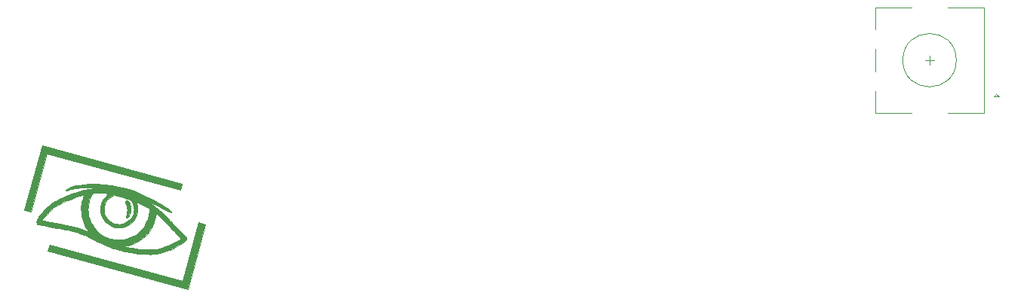
<source format=gto>
G04 #@! TF.GenerationSoftware,KiCad,Pcbnew,(5.1.6)-1*
G04 #@! TF.CreationDate,2020-08-03T21:44:11+03:00*
G04 #@! TF.ProjectId,ergo33,6572676f-3333-42e6-9b69-6361645f7063,rev?*
G04 #@! TF.SameCoordinates,Original*
G04 #@! TF.FileFunction,Legend,Top*
G04 #@! TF.FilePolarity,Positive*
%FSLAX46Y46*%
G04 Gerber Fmt 4.6, Leading zero omitted, Abs format (unit mm)*
G04 Created by KiCad (PCBNEW (5.1.6)-1) date 2020-08-03 21:44:11*
%MOMM*%
%LPD*%
G01*
G04 APERTURE LIST*
%ADD10C,0.010000*%
%ADD11C,0.120000*%
%ADD12C,3.600000*%
%ADD13C,0.750000*%
%ADD14O,1.100000X2.200000*%
%ADD15O,1.100000X1.700000*%
%ADD16C,3.100000*%
%ADD17C,4.087800*%
%ADD18C,1.850000*%
%ADD19C,2.100000*%
%ADD20R,3.300000X2.100000*%
%ADD21R,2.100000X2.100000*%
%ADD22R,1.800000X1.800000*%
%ADD23O,1.800000X1.800000*%
G04 APERTURE END LIST*
D10*
G36*
X94429609Y-120506010D02*
G01*
X78742301Y-116243863D01*
X78942089Y-115508520D01*
X93894055Y-119570880D01*
X95667175Y-113044714D01*
X96402517Y-113244502D01*
X94429609Y-120506010D01*
G37*
X94429609Y-120506010D02*
X78742301Y-116243863D01*
X78942089Y-115508520D01*
X93894055Y-119570880D01*
X95667175Y-113044714D01*
X96402517Y-113244502D01*
X94429609Y-120506010D01*
G36*
X88311824Y-109478559D02*
G01*
X89129126Y-109808748D01*
X89215530Y-109846902D01*
X89569825Y-110008789D01*
X89924777Y-110178897D01*
X90275832Y-110354502D01*
X90618438Y-110532880D01*
X90948041Y-110711307D01*
X91260090Y-110887057D01*
X91550030Y-111057406D01*
X91813311Y-111219632D01*
X92045378Y-111371008D01*
X92241679Y-111508812D01*
X92397661Y-111630319D01*
X92508771Y-111732803D01*
X92570458Y-111813542D01*
X92581133Y-111860795D01*
X92562302Y-111881485D01*
X92514616Y-111880397D01*
X92433339Y-111855646D01*
X92313734Y-111805347D01*
X92151065Y-111727616D01*
X91940595Y-111620565D01*
X91822307Y-111558795D01*
X91353541Y-111319298D01*
X90874498Y-111087367D01*
X90398514Y-110869000D01*
X89938926Y-110670196D01*
X89509072Y-110496952D01*
X89231510Y-110393566D01*
X89147009Y-110363956D01*
X89107763Y-110352422D01*
X89116620Y-110361021D01*
X89176426Y-110391810D01*
X89290033Y-110446847D01*
X89335312Y-110468527D01*
X89862735Y-110735991D01*
X90348900Y-111016171D01*
X90804033Y-111316851D01*
X91238361Y-111645817D01*
X91662113Y-112010851D01*
X92085515Y-112419737D01*
X92518795Y-112880259D01*
X92550750Y-112915734D01*
X92782141Y-113170266D01*
X93028073Y-113435375D01*
X93277404Y-113699370D01*
X93518987Y-113950555D01*
X93741675Y-114177236D01*
X93934324Y-114367718D01*
X93937914Y-114371194D01*
X94093034Y-114527752D01*
X94200079Y-114654355D01*
X94261748Y-114759186D01*
X94280740Y-114850428D01*
X94259751Y-114936263D01*
X94201481Y-115024874D01*
X94166634Y-115064785D01*
X94052333Y-115170841D01*
X93890085Y-115296095D01*
X93690142Y-115434356D01*
X93462760Y-115579431D01*
X93218192Y-115725126D01*
X92966693Y-115865248D01*
X92718517Y-115993606D01*
X92483917Y-116104005D01*
X92356317Y-116158092D01*
X91837642Y-116344442D01*
X91326980Y-116483207D01*
X90833877Y-116572090D01*
X90505443Y-116603332D01*
X90245171Y-116610101D01*
X89934712Y-116604619D01*
X89586008Y-116587746D01*
X89211001Y-116560350D01*
X88821635Y-116523295D01*
X88429851Y-116477443D01*
X88069330Y-116426988D01*
X87878063Y-116393559D01*
X87643549Y-116345762D01*
X87378617Y-116286813D01*
X87096101Y-116219929D01*
X86808832Y-116148326D01*
X86529642Y-116075220D01*
X86271362Y-116003828D01*
X86046826Y-115937367D01*
X85868864Y-115879053D01*
X85836095Y-115867214D01*
X85533592Y-115750362D01*
X85234927Y-115624159D01*
X84925105Y-115481772D01*
X84589126Y-115316366D01*
X84299070Y-115166877D01*
X83663691Y-114845823D01*
X83164327Y-114613894D01*
X87287029Y-115734008D01*
X87470662Y-115784860D01*
X87565167Y-115806995D01*
X87707167Y-115835170D01*
X87881282Y-115866569D01*
X88072128Y-115898370D01*
X88191494Y-115916961D01*
X88581022Y-115970949D01*
X88973198Y-116016087D01*
X89356333Y-116051504D01*
X89718741Y-116076332D01*
X90048731Y-116089702D01*
X90334613Y-116090745D01*
X90464716Y-116085978D01*
X90870648Y-116041655D01*
X91302828Y-115954072D01*
X91745355Y-115827460D01*
X92182324Y-115666048D01*
X92397877Y-115571709D01*
X92562298Y-115491828D01*
X92739247Y-115399369D01*
X92920482Y-115299366D01*
X93097764Y-115196852D01*
X93262851Y-115096862D01*
X93407502Y-115004429D01*
X93523477Y-114924587D01*
X93602535Y-114862372D01*
X93636435Y-114822816D01*
X93636134Y-114815299D01*
X93612008Y-114789106D01*
X93550681Y-114725315D01*
X93459542Y-114631536D01*
X93345984Y-114515378D01*
X93240487Y-114407921D01*
X93075355Y-114238021D01*
X92887679Y-114041706D01*
X92697259Y-113839874D01*
X92523902Y-113653425D01*
X92473404Y-113598385D01*
X92244963Y-113348912D01*
X92052634Y-113140368D01*
X91890204Y-112966340D01*
X91751461Y-112820417D01*
X91630193Y-112696187D01*
X91520187Y-112587240D01*
X91415234Y-112487163D01*
X91309119Y-112389546D01*
X91254773Y-112340630D01*
X91135876Y-112235264D01*
X91033518Y-112146490D01*
X90957121Y-112082338D01*
X90916110Y-112050837D01*
X90912575Y-112049027D01*
X90897465Y-112076170D01*
X90869038Y-112155583D01*
X90830170Y-112278138D01*
X90783739Y-112434704D01*
X90732619Y-112616152D01*
X90724004Y-112647588D01*
X90664638Y-112862555D01*
X90616352Y-113028858D01*
X90574401Y-113159329D01*
X90534037Y-113266800D01*
X90490517Y-113364105D01*
X90439096Y-113464076D01*
X90387742Y-113556979D01*
X90099483Y-114008777D01*
X89770134Y-114412904D01*
X89401524Y-114767988D01*
X88995488Y-115072654D01*
X88553856Y-115325529D01*
X88078458Y-115525241D01*
X87571130Y-115670417D01*
X87567279Y-115671281D01*
X87287029Y-115734008D01*
X83164327Y-114613894D01*
X83068149Y-114569225D01*
X82508440Y-114335601D01*
X81980559Y-114143472D01*
X81480503Y-113991356D01*
X81004266Y-113877773D01*
X80641577Y-113814214D01*
X80396846Y-113775739D01*
X80092383Y-113723181D01*
X79730283Y-113656930D01*
X79312642Y-113577379D01*
X78841554Y-113484921D01*
X78319115Y-113379946D01*
X78288322Y-113373693D01*
X77540005Y-113221656D01*
X77478459Y-113099905D01*
X77445423Y-113025902D01*
X77436525Y-112964922D01*
X77452264Y-112891805D01*
X77484310Y-112804095D01*
X77551132Y-112667124D01*
X78063037Y-112806206D01*
X78275091Y-112845152D01*
X78369749Y-112863060D01*
X78513979Y-112891014D01*
X78695103Y-112926522D01*
X78900441Y-112967097D01*
X79117315Y-113010248D01*
X79189236Y-113024625D01*
X79430118Y-113072011D01*
X79685263Y-113120772D01*
X79935986Y-113167435D01*
X80163602Y-113208527D01*
X80349427Y-113240576D01*
X80363709Y-113242938D01*
X80810197Y-113320498D01*
X81206297Y-113398782D01*
X81565057Y-113481358D01*
X81899525Y-113571792D01*
X82222748Y-113673651D01*
X82547775Y-113790502D01*
X82887655Y-113925912D01*
X82936296Y-113946188D01*
X83069553Y-114001706D01*
X83181244Y-114047679D01*
X83258350Y-114078783D01*
X83286844Y-114089519D01*
X83282283Y-114069322D01*
X83247542Y-114009262D01*
X83189550Y-113921007D01*
X83169465Y-113891937D01*
X83021191Y-113653038D01*
X82877891Y-113372868D01*
X82750095Y-113073413D01*
X82672069Y-112853473D01*
X82542957Y-112365488D01*
X82474041Y-111886706D01*
X82465256Y-111409871D01*
X82516544Y-110927722D01*
X82627840Y-110433006D01*
X82645070Y-110373407D01*
X83390122Y-110575833D01*
X83325759Y-110821957D01*
X83274600Y-111060504D01*
X83241074Y-111274585D01*
X83229590Y-111443163D01*
X83249563Y-111875942D01*
X83310051Y-112271697D01*
X83414636Y-112645060D01*
X83566902Y-113010664D01*
X83655890Y-113183852D01*
X83910743Y-113590698D01*
X84205939Y-113949011D01*
X84539197Y-114257330D01*
X84908238Y-114514192D01*
X85310783Y-114718135D01*
X85744549Y-114867700D01*
X86207259Y-114961420D01*
X86469679Y-114988387D01*
X86910433Y-114987742D01*
X87350073Y-114927105D01*
X87780803Y-114809628D01*
X88194828Y-114638466D01*
X88584352Y-114416772D01*
X88941577Y-114147702D01*
X89222713Y-113874579D01*
X89511543Y-113511298D01*
X89747068Y-113115126D01*
X89927688Y-112690034D01*
X90051802Y-112239995D01*
X90117810Y-111768979D01*
X90125670Y-111633664D01*
X90131762Y-111483105D01*
X89856726Y-111323213D01*
X89721961Y-111247828D01*
X89562901Y-111163525D01*
X89390398Y-111075539D01*
X89215305Y-110989104D01*
X89048473Y-110909458D01*
X88900755Y-110841833D01*
X88783003Y-110791467D01*
X88706071Y-110763595D01*
X88689044Y-110759904D01*
X88654596Y-110760860D01*
X88644079Y-110782699D01*
X88656973Y-110839251D01*
X88683132Y-110916885D01*
X88767463Y-111238586D01*
X88793512Y-111559992D01*
X88761277Y-111889905D01*
X88682886Y-112199957D01*
X88547953Y-112531283D01*
X88367104Y-112819980D01*
X88137891Y-113068934D01*
X87857861Y-113281031D01*
X87676836Y-113385358D01*
X87348931Y-113523058D01*
X87013095Y-113601434D01*
X86675649Y-113623042D01*
X86342914Y-113590437D01*
X86021210Y-113506176D01*
X85716858Y-113372815D01*
X85436179Y-113192909D01*
X85185495Y-112969016D01*
X84971124Y-112703689D01*
X84799389Y-112399486D01*
X84715549Y-112187889D01*
X84634486Y-111872572D01*
X84608840Y-111564500D01*
X84638158Y-111248201D01*
X84682165Y-111047183D01*
X84690348Y-111019011D01*
X85069055Y-111121903D01*
X85011306Y-111438966D01*
X85015116Y-111743414D01*
X85081092Y-112040430D01*
X85209835Y-112335199D01*
X85210864Y-112337092D01*
X85394243Y-112610776D01*
X85619030Y-112838327D01*
X85879952Y-113016661D01*
X86171737Y-113142693D01*
X86489112Y-113213337D01*
X86734065Y-113228161D01*
X87049481Y-113195736D01*
X87351690Y-113104297D01*
X87632957Y-112958097D01*
X87885553Y-112761385D01*
X88101740Y-112518411D01*
X88149856Y-112449948D01*
X88245218Y-112269243D01*
X88322213Y-112049509D01*
X88374921Y-111813987D01*
X88397419Y-111585915D01*
X88395696Y-111485061D01*
X88356705Y-111227000D01*
X88277416Y-110969024D01*
X88166243Y-110735603D01*
X88106006Y-110642228D01*
X87986243Y-110475031D01*
X87596113Y-110347371D01*
X87420572Y-110291849D01*
X87206973Y-110227228D01*
X86978706Y-110160425D01*
X86759158Y-110098358D01*
X86692901Y-110080175D01*
X86179819Y-109940641D01*
X85896190Y-110093539D01*
X85624540Y-110266587D01*
X85407691Y-110465986D01*
X85239932Y-110698834D01*
X85115555Y-110972232D01*
X85069055Y-111121903D01*
X84690348Y-111019011D01*
X84728061Y-110889171D01*
X84780421Y-110736608D01*
X84831174Y-110612100D01*
X84853490Y-110567315D01*
X84967725Y-110392478D01*
X85117357Y-110207818D01*
X85282958Y-110035546D01*
X85427792Y-109910818D01*
X85593159Y-109784786D01*
X85429704Y-109757436D01*
X85141109Y-109719820D01*
X84819690Y-109695771D01*
X84494966Y-109686797D01*
X84196459Y-109694403D01*
X84195884Y-109694438D01*
X84043829Y-109704196D01*
X83913776Y-109713822D01*
X83819513Y-109722208D01*
X83774829Y-109728245D01*
X83774787Y-109728258D01*
X83743277Y-109759691D01*
X83692647Y-109833276D01*
X83632610Y-109934586D01*
X83618167Y-109960895D01*
X83540754Y-110128412D01*
X83463263Y-110339022D01*
X83390122Y-110575833D01*
X82645070Y-110373407D01*
X82650818Y-110353521D01*
X82781989Y-109912593D01*
X82622547Y-109954505D01*
X82303422Y-110046355D01*
X81959935Y-110159454D01*
X81601012Y-110289835D01*
X81235578Y-110433534D01*
X80872558Y-110586582D01*
X80520877Y-110745012D01*
X80189462Y-110904859D01*
X79887238Y-111062155D01*
X79623129Y-111212933D01*
X79406061Y-111353227D01*
X79303561Y-111429564D01*
X79085809Y-111619490D01*
X78848849Y-111854990D01*
X78602623Y-112125216D01*
X78357064Y-112419325D01*
X78150333Y-112688048D01*
X78063037Y-112806206D01*
X77551132Y-112667124D01*
X77556298Y-112656535D01*
X77668228Y-112475905D01*
X77812682Y-112271431D01*
X77982238Y-112052340D01*
X78169479Y-111827857D01*
X78366982Y-111607210D01*
X78567330Y-111399624D01*
X78761958Y-111215352D01*
X78947001Y-111056255D01*
X79126713Y-110917819D01*
X79315786Y-110790424D01*
X79528908Y-110664454D01*
X79780768Y-110530295D01*
X79902079Y-110468970D01*
X80652738Y-110115833D01*
X81378665Y-109819003D01*
X82082690Y-109577581D01*
X82767645Y-109390668D01*
X83436361Y-109257365D01*
X83919701Y-109192990D01*
X84056778Y-109177098D01*
X84140133Y-109163282D01*
X84168194Y-109151046D01*
X84139388Y-109139892D01*
X84052146Y-109129324D01*
X83904895Y-109118846D01*
X83696062Y-109107960D01*
X83642837Y-109105513D01*
X83022612Y-109096818D01*
X82432420Y-109127487D01*
X81878097Y-109196858D01*
X81365482Y-109304264D01*
X81031115Y-109402889D01*
X80868479Y-109452805D01*
X80761049Y-109474402D01*
X80707069Y-109467430D01*
X80704782Y-109431636D01*
X80752433Y-109366766D01*
X80755596Y-109363297D01*
X80886119Y-109256744D01*
X81073599Y-109155641D01*
X81311630Y-109061234D01*
X81593809Y-108974765D01*
X81913729Y-108897481D01*
X82264990Y-108830625D01*
X82641183Y-108775441D01*
X82841526Y-108753988D01*
X84320119Y-109155713D01*
X84331276Y-109175195D01*
X84350758Y-109164038D01*
X84339601Y-109144556D01*
X84320119Y-109155713D01*
X82841526Y-108753988D01*
X83035907Y-108733175D01*
X83206045Y-108721422D01*
X88857390Y-110256858D01*
X88868547Y-110276340D01*
X88888029Y-110265183D01*
X88876872Y-110245701D01*
X88857390Y-110256858D01*
X83206045Y-108721422D01*
X83442755Y-108705071D01*
X83855325Y-108692372D01*
X84197826Y-108694432D01*
X85047444Y-108740999D01*
X85876706Y-108841100D01*
X86692559Y-108996331D01*
X87501950Y-109208285D01*
X88311824Y-109478559D01*
G37*
X88311824Y-109478559D02*
X89129126Y-109808748D01*
X89215530Y-109846902D01*
X89569825Y-110008789D01*
X89924777Y-110178897D01*
X90275832Y-110354502D01*
X90618438Y-110532880D01*
X90948041Y-110711307D01*
X91260090Y-110887057D01*
X91550030Y-111057406D01*
X91813311Y-111219632D01*
X92045378Y-111371008D01*
X92241679Y-111508812D01*
X92397661Y-111630319D01*
X92508771Y-111732803D01*
X92570458Y-111813542D01*
X92581133Y-111860795D01*
X92562302Y-111881485D01*
X92514616Y-111880397D01*
X92433339Y-111855646D01*
X92313734Y-111805347D01*
X92151065Y-111727616D01*
X91940595Y-111620565D01*
X91822307Y-111558795D01*
X91353541Y-111319298D01*
X90874498Y-111087367D01*
X90398514Y-110869000D01*
X89938926Y-110670196D01*
X89509072Y-110496952D01*
X89231510Y-110393566D01*
X89147009Y-110363956D01*
X89107763Y-110352422D01*
X89116620Y-110361021D01*
X89176426Y-110391810D01*
X89290033Y-110446847D01*
X89335312Y-110468527D01*
X89862735Y-110735991D01*
X90348900Y-111016171D01*
X90804033Y-111316851D01*
X91238361Y-111645817D01*
X91662113Y-112010851D01*
X92085515Y-112419737D01*
X92518795Y-112880259D01*
X92550750Y-112915734D01*
X92782141Y-113170266D01*
X93028073Y-113435375D01*
X93277404Y-113699370D01*
X93518987Y-113950555D01*
X93741675Y-114177236D01*
X93934324Y-114367718D01*
X93937914Y-114371194D01*
X94093034Y-114527752D01*
X94200079Y-114654355D01*
X94261748Y-114759186D01*
X94280740Y-114850428D01*
X94259751Y-114936263D01*
X94201481Y-115024874D01*
X94166634Y-115064785D01*
X94052333Y-115170841D01*
X93890085Y-115296095D01*
X93690142Y-115434356D01*
X93462760Y-115579431D01*
X93218192Y-115725126D01*
X92966693Y-115865248D01*
X92718517Y-115993606D01*
X92483917Y-116104005D01*
X92356317Y-116158092D01*
X91837642Y-116344442D01*
X91326980Y-116483207D01*
X90833877Y-116572090D01*
X90505443Y-116603332D01*
X90245171Y-116610101D01*
X89934712Y-116604619D01*
X89586008Y-116587746D01*
X89211001Y-116560350D01*
X88821635Y-116523295D01*
X88429851Y-116477443D01*
X88069330Y-116426988D01*
X87878063Y-116393559D01*
X87643549Y-116345762D01*
X87378617Y-116286813D01*
X87096101Y-116219929D01*
X86808832Y-116148326D01*
X86529642Y-116075220D01*
X86271362Y-116003828D01*
X86046826Y-115937367D01*
X85868864Y-115879053D01*
X85836095Y-115867214D01*
X85533592Y-115750362D01*
X85234927Y-115624159D01*
X84925105Y-115481772D01*
X84589126Y-115316366D01*
X84299070Y-115166877D01*
X83663691Y-114845823D01*
X83164327Y-114613894D01*
X87287029Y-115734008D01*
X87470662Y-115784860D01*
X87565167Y-115806995D01*
X87707167Y-115835170D01*
X87881282Y-115866569D01*
X88072128Y-115898370D01*
X88191494Y-115916961D01*
X88581022Y-115970949D01*
X88973198Y-116016087D01*
X89356333Y-116051504D01*
X89718741Y-116076332D01*
X90048731Y-116089702D01*
X90334613Y-116090745D01*
X90464716Y-116085978D01*
X90870648Y-116041655D01*
X91302828Y-115954072D01*
X91745355Y-115827460D01*
X92182324Y-115666048D01*
X92397877Y-115571709D01*
X92562298Y-115491828D01*
X92739247Y-115399369D01*
X92920482Y-115299366D01*
X93097764Y-115196852D01*
X93262851Y-115096862D01*
X93407502Y-115004429D01*
X93523477Y-114924587D01*
X93602535Y-114862372D01*
X93636435Y-114822816D01*
X93636134Y-114815299D01*
X93612008Y-114789106D01*
X93550681Y-114725315D01*
X93459542Y-114631536D01*
X93345984Y-114515378D01*
X93240487Y-114407921D01*
X93075355Y-114238021D01*
X92887679Y-114041706D01*
X92697259Y-113839874D01*
X92523902Y-113653425D01*
X92473404Y-113598385D01*
X92244963Y-113348912D01*
X92052634Y-113140368D01*
X91890204Y-112966340D01*
X91751461Y-112820417D01*
X91630193Y-112696187D01*
X91520187Y-112587240D01*
X91415234Y-112487163D01*
X91309119Y-112389546D01*
X91254773Y-112340630D01*
X91135876Y-112235264D01*
X91033518Y-112146490D01*
X90957121Y-112082338D01*
X90916110Y-112050837D01*
X90912575Y-112049027D01*
X90897465Y-112076170D01*
X90869038Y-112155583D01*
X90830170Y-112278138D01*
X90783739Y-112434704D01*
X90732619Y-112616152D01*
X90724004Y-112647588D01*
X90664638Y-112862555D01*
X90616352Y-113028858D01*
X90574401Y-113159329D01*
X90534037Y-113266800D01*
X90490517Y-113364105D01*
X90439096Y-113464076D01*
X90387742Y-113556979D01*
X90099483Y-114008777D01*
X89770134Y-114412904D01*
X89401524Y-114767988D01*
X88995488Y-115072654D01*
X88553856Y-115325529D01*
X88078458Y-115525241D01*
X87571130Y-115670417D01*
X87567279Y-115671281D01*
X87287029Y-115734008D01*
X83164327Y-114613894D01*
X83068149Y-114569225D01*
X82508440Y-114335601D01*
X81980559Y-114143472D01*
X81480503Y-113991356D01*
X81004266Y-113877773D01*
X80641577Y-113814214D01*
X80396846Y-113775739D01*
X80092383Y-113723181D01*
X79730283Y-113656930D01*
X79312642Y-113577379D01*
X78841554Y-113484921D01*
X78319115Y-113379946D01*
X78288322Y-113373693D01*
X77540005Y-113221656D01*
X77478459Y-113099905D01*
X77445423Y-113025902D01*
X77436525Y-112964922D01*
X77452264Y-112891805D01*
X77484310Y-112804095D01*
X77551132Y-112667124D01*
X78063037Y-112806206D01*
X78275091Y-112845152D01*
X78369749Y-112863060D01*
X78513979Y-112891014D01*
X78695103Y-112926522D01*
X78900441Y-112967097D01*
X79117315Y-113010248D01*
X79189236Y-113024625D01*
X79430118Y-113072011D01*
X79685263Y-113120772D01*
X79935986Y-113167435D01*
X80163602Y-113208527D01*
X80349427Y-113240576D01*
X80363709Y-113242938D01*
X80810197Y-113320498D01*
X81206297Y-113398782D01*
X81565057Y-113481358D01*
X81899525Y-113571792D01*
X82222748Y-113673651D01*
X82547775Y-113790502D01*
X82887655Y-113925912D01*
X82936296Y-113946188D01*
X83069553Y-114001706D01*
X83181244Y-114047679D01*
X83258350Y-114078783D01*
X83286844Y-114089519D01*
X83282283Y-114069322D01*
X83247542Y-114009262D01*
X83189550Y-113921007D01*
X83169465Y-113891937D01*
X83021191Y-113653038D01*
X82877891Y-113372868D01*
X82750095Y-113073413D01*
X82672069Y-112853473D01*
X82542957Y-112365488D01*
X82474041Y-111886706D01*
X82465256Y-111409871D01*
X82516544Y-110927722D01*
X82627840Y-110433006D01*
X82645070Y-110373407D01*
X83390122Y-110575833D01*
X83325759Y-110821957D01*
X83274600Y-111060504D01*
X83241074Y-111274585D01*
X83229590Y-111443163D01*
X83249563Y-111875942D01*
X83310051Y-112271697D01*
X83414636Y-112645060D01*
X83566902Y-113010664D01*
X83655890Y-113183852D01*
X83910743Y-113590698D01*
X84205939Y-113949011D01*
X84539197Y-114257330D01*
X84908238Y-114514192D01*
X85310783Y-114718135D01*
X85744549Y-114867700D01*
X86207259Y-114961420D01*
X86469679Y-114988387D01*
X86910433Y-114987742D01*
X87350073Y-114927105D01*
X87780803Y-114809628D01*
X88194828Y-114638466D01*
X88584352Y-114416772D01*
X88941577Y-114147702D01*
X89222713Y-113874579D01*
X89511543Y-113511298D01*
X89747068Y-113115126D01*
X89927688Y-112690034D01*
X90051802Y-112239995D01*
X90117810Y-111768979D01*
X90125670Y-111633664D01*
X90131762Y-111483105D01*
X89856726Y-111323213D01*
X89721961Y-111247828D01*
X89562901Y-111163525D01*
X89390398Y-111075539D01*
X89215305Y-110989104D01*
X89048473Y-110909458D01*
X88900755Y-110841833D01*
X88783003Y-110791467D01*
X88706071Y-110763595D01*
X88689044Y-110759904D01*
X88654596Y-110760860D01*
X88644079Y-110782699D01*
X88656973Y-110839251D01*
X88683132Y-110916885D01*
X88767463Y-111238586D01*
X88793512Y-111559992D01*
X88761277Y-111889905D01*
X88682886Y-112199957D01*
X88547953Y-112531283D01*
X88367104Y-112819980D01*
X88137891Y-113068934D01*
X87857861Y-113281031D01*
X87676836Y-113385358D01*
X87348931Y-113523058D01*
X87013095Y-113601434D01*
X86675649Y-113623042D01*
X86342914Y-113590437D01*
X86021210Y-113506176D01*
X85716858Y-113372815D01*
X85436179Y-113192909D01*
X85185495Y-112969016D01*
X84971124Y-112703689D01*
X84799389Y-112399486D01*
X84715549Y-112187889D01*
X84634486Y-111872572D01*
X84608840Y-111564500D01*
X84638158Y-111248201D01*
X84682165Y-111047183D01*
X84690348Y-111019011D01*
X85069055Y-111121903D01*
X85011306Y-111438966D01*
X85015116Y-111743414D01*
X85081092Y-112040430D01*
X85209835Y-112335199D01*
X85210864Y-112337092D01*
X85394243Y-112610776D01*
X85619030Y-112838327D01*
X85879952Y-113016661D01*
X86171737Y-113142693D01*
X86489112Y-113213337D01*
X86734065Y-113228161D01*
X87049481Y-113195736D01*
X87351690Y-113104297D01*
X87632957Y-112958097D01*
X87885553Y-112761385D01*
X88101740Y-112518411D01*
X88149856Y-112449948D01*
X88245218Y-112269243D01*
X88322213Y-112049509D01*
X88374921Y-111813987D01*
X88397419Y-111585915D01*
X88395696Y-111485061D01*
X88356705Y-111227000D01*
X88277416Y-110969024D01*
X88166243Y-110735603D01*
X88106006Y-110642228D01*
X87986243Y-110475031D01*
X87596113Y-110347371D01*
X87420572Y-110291849D01*
X87206973Y-110227228D01*
X86978706Y-110160425D01*
X86759158Y-110098358D01*
X86692901Y-110080175D01*
X86179819Y-109940641D01*
X85896190Y-110093539D01*
X85624540Y-110266587D01*
X85407691Y-110465986D01*
X85239932Y-110698834D01*
X85115555Y-110972232D01*
X85069055Y-111121903D01*
X84690348Y-111019011D01*
X84728061Y-110889171D01*
X84780421Y-110736608D01*
X84831174Y-110612100D01*
X84853490Y-110567315D01*
X84967725Y-110392478D01*
X85117357Y-110207818D01*
X85282958Y-110035546D01*
X85427792Y-109910818D01*
X85593159Y-109784786D01*
X85429704Y-109757436D01*
X85141109Y-109719820D01*
X84819690Y-109695771D01*
X84494966Y-109686797D01*
X84196459Y-109694403D01*
X84195884Y-109694438D01*
X84043829Y-109704196D01*
X83913776Y-109713822D01*
X83819513Y-109722208D01*
X83774829Y-109728245D01*
X83774787Y-109728258D01*
X83743277Y-109759691D01*
X83692647Y-109833276D01*
X83632610Y-109934586D01*
X83618167Y-109960895D01*
X83540754Y-110128412D01*
X83463263Y-110339022D01*
X83390122Y-110575833D01*
X82645070Y-110373407D01*
X82650818Y-110353521D01*
X82781989Y-109912593D01*
X82622547Y-109954505D01*
X82303422Y-110046355D01*
X81959935Y-110159454D01*
X81601012Y-110289835D01*
X81235578Y-110433534D01*
X80872558Y-110586582D01*
X80520877Y-110745012D01*
X80189462Y-110904859D01*
X79887238Y-111062155D01*
X79623129Y-111212933D01*
X79406061Y-111353227D01*
X79303561Y-111429564D01*
X79085809Y-111619490D01*
X78848849Y-111854990D01*
X78602623Y-112125216D01*
X78357064Y-112419325D01*
X78150333Y-112688048D01*
X78063037Y-112806206D01*
X77551132Y-112667124D01*
X77556298Y-112656535D01*
X77668228Y-112475905D01*
X77812682Y-112271431D01*
X77982238Y-112052340D01*
X78169479Y-111827857D01*
X78366982Y-111607210D01*
X78567330Y-111399624D01*
X78761958Y-111215352D01*
X78947001Y-111056255D01*
X79126713Y-110917819D01*
X79315786Y-110790424D01*
X79528908Y-110664454D01*
X79780768Y-110530295D01*
X79902079Y-110468970D01*
X80652738Y-110115833D01*
X81378665Y-109819003D01*
X82082690Y-109577581D01*
X82767645Y-109390668D01*
X83436361Y-109257365D01*
X83919701Y-109192990D01*
X84056778Y-109177098D01*
X84140133Y-109163282D01*
X84168194Y-109151046D01*
X84139388Y-109139892D01*
X84052146Y-109129324D01*
X83904895Y-109118846D01*
X83696062Y-109107960D01*
X83642837Y-109105513D01*
X83022612Y-109096818D01*
X82432420Y-109127487D01*
X81878097Y-109196858D01*
X81365482Y-109304264D01*
X81031115Y-109402889D01*
X80868479Y-109452805D01*
X80761049Y-109474402D01*
X80707069Y-109467430D01*
X80704782Y-109431636D01*
X80752433Y-109366766D01*
X80755596Y-109363297D01*
X80886119Y-109256744D01*
X81073599Y-109155641D01*
X81311630Y-109061234D01*
X81593809Y-108974765D01*
X81913729Y-108897481D01*
X82264990Y-108830625D01*
X82641183Y-108775441D01*
X82841526Y-108753988D01*
X84320119Y-109155713D01*
X84331276Y-109175195D01*
X84350758Y-109164038D01*
X84339601Y-109144556D01*
X84320119Y-109155713D01*
X82841526Y-108753988D01*
X83035907Y-108733175D01*
X83206045Y-108721422D01*
X88857390Y-110256858D01*
X88868547Y-110276340D01*
X88888029Y-110265183D01*
X88876872Y-110245701D01*
X88857390Y-110256858D01*
X83206045Y-108721422D01*
X83442755Y-108705071D01*
X83855325Y-108692372D01*
X84197826Y-108694432D01*
X85047444Y-108740999D01*
X85876706Y-108841100D01*
X86692559Y-108996331D01*
X87501950Y-109208285D01*
X88311824Y-109478559D01*
G36*
X93569586Y-109382119D02*
G01*
X78617621Y-105319760D01*
X76844501Y-111845925D01*
X76109158Y-111646137D01*
X78082066Y-104384629D01*
X93769375Y-108646776D01*
X93569586Y-109382119D01*
G37*
X93569586Y-109382119D02*
X78617621Y-105319760D01*
X76844501Y-111845925D01*
X76109158Y-111646137D01*
X78082066Y-104384629D01*
X93769375Y-108646776D01*
X93569586Y-109382119D01*
G36*
X87742330Y-110625330D02*
G01*
X87824815Y-110730142D01*
X87899392Y-110874591D01*
X87961747Y-111046749D01*
X88007566Y-111234685D01*
X88032536Y-111426470D01*
X88032344Y-111610175D01*
X88032203Y-111611908D01*
X87996023Y-111823770D01*
X87926970Y-112031672D01*
X87832517Y-112220460D01*
X87720139Y-112374977D01*
X87607079Y-112474006D01*
X87546285Y-112506031D01*
X87510645Y-112503629D01*
X87499133Y-112460812D01*
X87510726Y-112371588D01*
X87544398Y-112229968D01*
X87557138Y-112181981D01*
X87615763Y-111907917D01*
X87641614Y-111650228D01*
X87633560Y-111423966D01*
X87620184Y-111343727D01*
X87596629Y-111268183D01*
X87553339Y-111156945D01*
X87498707Y-111031249D01*
X87485301Y-111002278D01*
X87434657Y-110884090D01*
X87399687Y-110782552D01*
X87386073Y-110714945D01*
X87387085Y-110703554D01*
X87436129Y-110630474D01*
X87522880Y-110580713D01*
X87622537Y-110566386D01*
X87656248Y-110572085D01*
X87742330Y-110625330D01*
G37*
X87742330Y-110625330D02*
X87824815Y-110730142D01*
X87899392Y-110874591D01*
X87961747Y-111046749D01*
X88007566Y-111234685D01*
X88032536Y-111426470D01*
X88032344Y-111610175D01*
X88032203Y-111611908D01*
X87996023Y-111823770D01*
X87926970Y-112031672D01*
X87832517Y-112220460D01*
X87720139Y-112374977D01*
X87607079Y-112474006D01*
X87546285Y-112506031D01*
X87510645Y-112503629D01*
X87499133Y-112460812D01*
X87510726Y-112371588D01*
X87544398Y-112229968D01*
X87557138Y-112181981D01*
X87615763Y-111907917D01*
X87641614Y-111650228D01*
X87633560Y-111423966D01*
X87620184Y-111343727D01*
X87596629Y-111268183D01*
X87553339Y-111156945D01*
X87498707Y-111031249D01*
X87485301Y-111002278D01*
X87434657Y-110884090D01*
X87399687Y-110782552D01*
X87386073Y-110714945D01*
X87387085Y-110703554D01*
X87436129Y-110630474D01*
X87522880Y-110580713D01*
X87622537Y-110566386D01*
X87656248Y-110572085D01*
X87742330Y-110625330D01*
D11*
X180667500Y-94791250D02*
G75*
G03*
X180667500Y-94791250I-3000000J0D01*
G01*
X175667500Y-100691250D02*
X171567500Y-100691250D01*
X171567500Y-88891250D02*
X175667500Y-88891250D01*
X179667500Y-88891250D02*
X183767500Y-88891250D01*
X179667500Y-100691250D02*
X183767500Y-100691250D01*
X183767500Y-100691250D02*
X183767500Y-88891250D01*
X185167500Y-98591250D02*
X185467500Y-98891250D01*
X185467500Y-98891250D02*
X184867500Y-98891250D01*
X184867500Y-98891250D02*
X185167500Y-98591250D01*
X171567500Y-100691250D02*
X171567500Y-98291250D01*
X171567500Y-96091250D02*
X171567500Y-93491250D01*
X171567500Y-91291250D02*
X171567500Y-88891250D01*
X177667500Y-95291250D02*
X177667500Y-94291250D01*
X178167500Y-94791250D02*
X177167500Y-94791250D01*
%LPC*%
D12*
X159800000Y-32800000D03*
X126100000Y-67400000D03*
X101600000Y-26000000D03*
X66700000Y-24000000D03*
X69200000Y-64300000D03*
X31100000Y-37800000D03*
X31050000Y-94950000D03*
X66700000Y-110400000D03*
X104200000Y-120500000D03*
X173900000Y-120000000D03*
X192250000Y-94790000D03*
X187600000Y-33700000D03*
D13*
X176144999Y-32950000D03*
X170364999Y-32950000D03*
D14*
X168934999Y-33480000D03*
X177574999Y-33480000D03*
D15*
X168934999Y-29300000D03*
X177574999Y-29300000D03*
D16*
X150177500Y-51607500D03*
D17*
X147637500Y-56687500D03*
D16*
X143827500Y-54147500D03*
D18*
X142557500Y-56687500D03*
X152717500Y-56687500D03*
D16*
X54927500Y-42257500D03*
D17*
X52387500Y-47337500D03*
D16*
X48577500Y-44797500D03*
D18*
X47307500Y-47337500D03*
X57467500Y-47337500D03*
D16*
X112077500Y-49457500D03*
D17*
X109537500Y-54537500D03*
D16*
X105727500Y-51997500D03*
D18*
X104457500Y-54537500D03*
X114617500Y-54537500D03*
D16*
X73977500Y-68507500D03*
D17*
X71437500Y-73587500D03*
D16*
X67627500Y-71047500D03*
D18*
X66357500Y-73587500D03*
X76517500Y-73587500D03*
D19*
X170667500Y-92291250D03*
X170667500Y-97291250D03*
D20*
X177667500Y-89191250D03*
X177667500Y-100391250D03*
D19*
X185167500Y-92291250D03*
X185167500Y-94791250D03*
D21*
X185167500Y-97291250D03*
D16*
X161752002Y-120069247D03*
D17*
X157983750Y-124318750D03*
D16*
X154960973Y-120879198D03*
D18*
X153076847Y-123003949D03*
X162890653Y-125633551D03*
D16*
X143352002Y-115137997D03*
D17*
X139583750Y-119387500D03*
D16*
X136560973Y-115947948D03*
D18*
X134676847Y-118072699D03*
X144490653Y-120702301D03*
D16*
X122446044Y-114225743D03*
D17*
X119062500Y-118787500D03*
D16*
X115751449Y-115624489D03*
D18*
X114059677Y-117905367D03*
X124065323Y-119669633D03*
D16*
X54927500Y-99407500D03*
D17*
X52387500Y-104487500D03*
D16*
X48577500Y-101947500D03*
D18*
X47307500Y-104487500D03*
X57467500Y-104487500D03*
D16*
X35877500Y-99407500D03*
D17*
X33337500Y-104487500D03*
D16*
X29527500Y-101947500D03*
D18*
X28257500Y-104487500D03*
X38417500Y-104487500D03*
D16*
X150177500Y-89707500D03*
D17*
X147637500Y-94787500D03*
D16*
X143827500Y-92247500D03*
D18*
X142557500Y-94787500D03*
X152717500Y-94787500D03*
D16*
X131127500Y-89707500D03*
D17*
X128587500Y-94787500D03*
D16*
X124777500Y-92247500D03*
D18*
X123507500Y-94787500D03*
X133667500Y-94787500D03*
D16*
X112077500Y-87557500D03*
D17*
X109537500Y-92637500D03*
D16*
X105727500Y-90097500D03*
D18*
X104457500Y-92637500D03*
X114617500Y-92637500D03*
D16*
X93027500Y-85407500D03*
D17*
X90487500Y-90487500D03*
D16*
X86677500Y-87947500D03*
D18*
X85407500Y-90487500D03*
X95567500Y-90487500D03*
D16*
X73977500Y-87557500D03*
D17*
X71437500Y-92637500D03*
D16*
X67627500Y-90097500D03*
D18*
X66357500Y-92637500D03*
X76517500Y-92637500D03*
D16*
X54927500Y-80357500D03*
D17*
X52387500Y-85437500D03*
D16*
X48577500Y-82897500D03*
D18*
X47307500Y-85437500D03*
X57467500Y-85437500D03*
D16*
X35877500Y-80357500D03*
D17*
X33337500Y-85437500D03*
D16*
X29527500Y-82897500D03*
D18*
X28257500Y-85437500D03*
X38417500Y-85437500D03*
D16*
X150177500Y-70657500D03*
D17*
X147637500Y-75737500D03*
D16*
X143827500Y-73197500D03*
D18*
X142557500Y-75737500D03*
X152717500Y-75737500D03*
D16*
X131127500Y-70657500D03*
D17*
X128587500Y-75737500D03*
D16*
X124777500Y-73197500D03*
D18*
X123507500Y-75737500D03*
X133667500Y-75737500D03*
D16*
X112077500Y-68507500D03*
D17*
X109537500Y-73587500D03*
D16*
X105727500Y-71047500D03*
D18*
X104457500Y-73587500D03*
X114617500Y-73587500D03*
D16*
X93027500Y-66357500D03*
D17*
X90487500Y-71437500D03*
D16*
X86677500Y-68897500D03*
D18*
X85407500Y-71437500D03*
X95567500Y-71437500D03*
D16*
X54927500Y-61307500D03*
D17*
X52387500Y-66387500D03*
D16*
X48577500Y-63847500D03*
D18*
X47307500Y-66387500D03*
X57467500Y-66387500D03*
D16*
X35877500Y-61307500D03*
D17*
X33337500Y-66387500D03*
D16*
X29527500Y-63847500D03*
D18*
X28257500Y-66387500D03*
X38417500Y-66387500D03*
D16*
X131127500Y-51607500D03*
D17*
X128587500Y-56687500D03*
D16*
X124777500Y-54147500D03*
D18*
X123507500Y-56687500D03*
X133667500Y-56687500D03*
D16*
X93027500Y-47307500D03*
D17*
X90487500Y-52387500D03*
D16*
X86677500Y-49847500D03*
D18*
X85407500Y-52387500D03*
X95567500Y-52387500D03*
D16*
X73977500Y-49457500D03*
D17*
X71437500Y-54537500D03*
D16*
X67627500Y-51997500D03*
D18*
X66357500Y-54537500D03*
X76517500Y-54537500D03*
D16*
X35877500Y-42257500D03*
D17*
X33337500Y-47337500D03*
D16*
X29527500Y-44797500D03*
D18*
X28257500Y-47337500D03*
X38417500Y-47337500D03*
D16*
X150177500Y-32557500D03*
D17*
X147637500Y-37637500D03*
D16*
X143827500Y-35097500D03*
D18*
X142557500Y-37637500D03*
X152717500Y-37637500D03*
D16*
X131127500Y-32557500D03*
D17*
X128587500Y-37637500D03*
D16*
X124777500Y-35097500D03*
D18*
X123507500Y-37637500D03*
X133667500Y-37637500D03*
D16*
X112077500Y-30407500D03*
D17*
X109537500Y-35487500D03*
D16*
X105727500Y-32947500D03*
D18*
X104457500Y-35487500D03*
X114617500Y-35487500D03*
D16*
X93027500Y-28257500D03*
D17*
X90487500Y-33337500D03*
D16*
X86677500Y-30797500D03*
D18*
X85407500Y-33337500D03*
X95567500Y-33337500D03*
D16*
X73977500Y-30407500D03*
D17*
X71437500Y-35487500D03*
D16*
X67627500Y-32947500D03*
D18*
X66357500Y-35487500D03*
X76517500Y-35487500D03*
D16*
X54927500Y-23207500D03*
D17*
X52387500Y-28287500D03*
D16*
X48577500Y-25747500D03*
D18*
X47307500Y-28287500D03*
X57467500Y-28287500D03*
D16*
X35877500Y-23207500D03*
D17*
X33337500Y-28287500D03*
D16*
X29527500Y-25747500D03*
D18*
X28257500Y-28287500D03*
X38417500Y-28287500D03*
D22*
X175142500Y-80900000D03*
D23*
X177682500Y-80900000D03*
X180222500Y-80900000D03*
M02*

</source>
